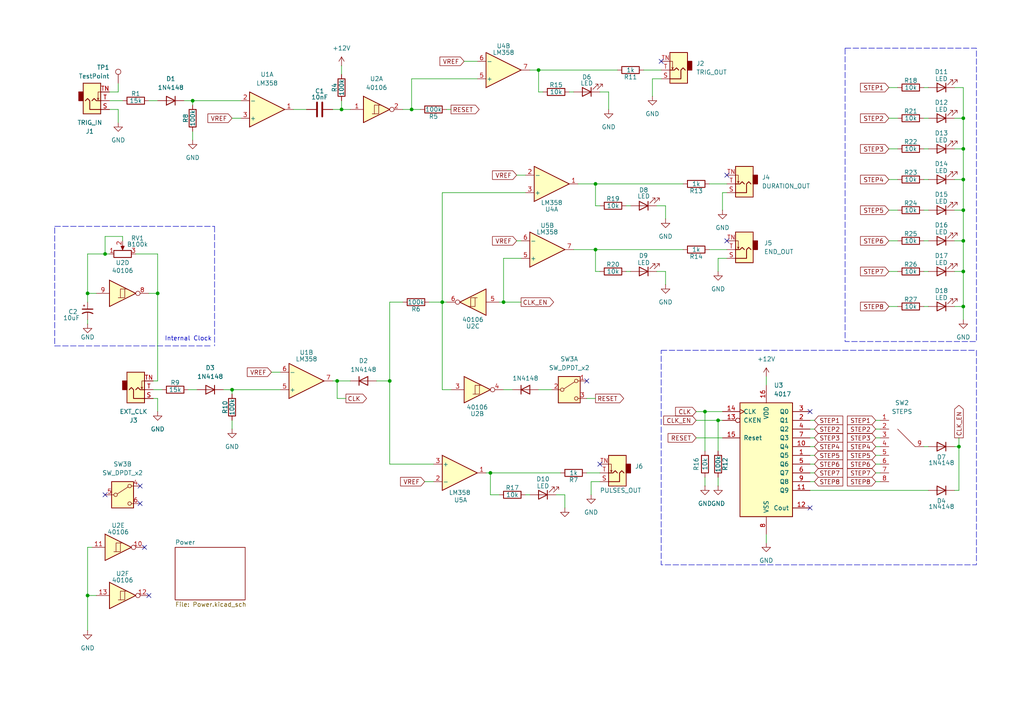
<source format=kicad_sch>
(kicad_sch (version 20231120) (generator "eeschema") (generator_version "8.0")
  (paper "A4")
  (title_block (title "MiniBurst") (rev "v0.1") (company "benjiaomodular"))
  (lib_symbols
    (symbol "+12V_1" (power) (pin_numbers hide) (pin_names (offset 0) hide)
      (property "Value" "+12V" (at 0 3.556 0))
      (symbol "+12V_1_1_1"
        (pin power_in line (at 0 0 90) (length 0) (name "~") (number "1"))
      )
    )
    (symbol "4xxx:40106" (pin_names (offset 1.016))
      (property "Reference" "U" (at 0 1.27 0))
      (property "Value" "40106" (at 0 -1.27 0))
      (symbol "40106_1_0"
        (pin input line (at -7.62 0 0) (length 3.81) (name "~") (number "1"))
        (pin output inverted (at 7.62 0 180) (length 3.81) (name "~") (number "2"))
      )
      (symbol "40106_2_0"
        (pin input line (at -7.62 0 0) (length 3.81) (name "~") (number "3"))
        (pin output inverted (at 7.62 0 180) (length 3.81) (name "~") (number "4"))
      )
      (symbol "40106_3_0"
        (pin input line (at -7.62 0 0) (length 3.81) (name "~") (number "5"))
        (pin output inverted (at 7.62 0 180) (length 3.81) (name "~") (number "6"))
      )
      (symbol "40106_4_0"
        (pin output inverted (at 7.62 0 180) (length 3.81) (name "~") (number "8"))
        (pin input line (at -7.62 0 0) (length 3.81) (name "~") (number "9"))
      )
      (symbol "40106_5_0"
        (pin output inverted (at 7.62 0 180) (length 3.81) (name "~") (number "10"))
        (pin input line (at -7.62 0 0) (length 3.81) (name "~") (number "11"))
      )
      (symbol "40106_6_0"
        (pin output inverted (at 7.62 0 180) (length 3.81) (name "~") (number "12"))
        (pin input line (at -7.62 0 0) (length 3.81) (name "~") (number "13"))
      )
      (symbol "40106_7_0"
        (pin power_in line (at 0 12.7 270) (length 5.08) (name "VDD") (number "14"))
        (pin power_in line (at 0 -12.7 90) (length 5.08) (name "VSS") (number "7"))
      )
    )
    (symbol "4xxx:4017" (pin_names (offset 1.016))
      (property "Reference" "U" (at -7.62 16.51 0))
      (property "Value" "4017" (at -7.62 -19.05 0))
      (symbol "4017_1_0"
        (pin output line (at 12.7 0 180) (length 5.08) (name "Q5") (number "1"))
        (pin output line (at 12.7 2.54 180) (length 5.08) (name "Q4") (number "10"))
        (pin output line (at 12.7 -10.16 180) (length 5.08) (name "Q9") (number "11"))
        (pin output line (at 12.7 -15.24 180) (length 5.08) (name "Cout") (number "12"))
        (pin input inverted (at -12.7 10.16 0) (length 5.08) (name "CKEN") (number "13"))
        (pin input clock (at -12.7 12.7 0) (length 5.08) (name "CLK") (number "14"))
        (pin input line (at -12.7 5.08 0) (length 5.08) (name "Reset") (number "15"))
        (pin power_in line (at 0 20.32 270) (length 5.08) (name "VDD") (number "16"))
        (pin output line (at 12.7 10.16 180) (length 5.08) (name "Q1") (number "2"))
        (pin output line (at 12.7 12.7 180) (length 5.08) (name "Q0") (number "3"))
        (pin output line (at 12.7 7.62 180) (length 5.08) (name "Q2") (number "4"))
        (pin output line (at 12.7 -2.54 180) (length 5.08) (name "Q6") (number "5"))
        (pin output line (at 12.7 -5.08 180) (length 5.08) (name "Q7") (number "6"))
        (pin output line (at 12.7 5.08 180) (length 5.08) (name "Q3") (number "7"))
        (pin power_in line (at 0 -22.86 90) (length 5.08) (name "VSS") (number "8"))
        (pin output line (at 12.7 -7.62 180) (length 5.08) (name "Q8") (number "9"))
      )
    )
    (symbol "Amplifier_Operational:LM358" (pin_names (offset 0.127))
      (property "Reference" "U" (at 0 5.08 0))
      (property "Value" "LM358" (at 0 -5.08 0))
      (symbol "LM358_1_1"
        (pin output line (at 7.62 0 180) (length 2.54) (name "~") (number "1"))
        (pin input line (at -7.62 -2.54 0) (length 2.54) (name "-") (number "2"))
        (pin input line (at -7.62 2.54 0) (length 2.54) (name "+") (number "3"))
      )
      (symbol "LM358_2_1"
        (pin input line (at -7.62 2.54 0) (length 2.54) (name "+") (number "5"))
        (pin input line (at -7.62 -2.54 0) (length 2.54) (name "-") (number "6"))
        (pin output line (at 7.62 0 180) (length 2.54) (name "~") (number "7"))
      )
      (symbol "LM358_3_1"
        (pin power_in line (at -2.54 -7.62 90) (length 3.81) (name "V-") (number "4"))
        (pin power_in line (at -2.54 7.62 270) (length 3.81) (name "V+") (number "8"))
      )
    )
    (symbol "Connector:TestPoint" (pin_numbers hide) (pin_names (offset 0.762) hide)
      (property "Reference" "TP" (at 0 6.858 0))
      (property "Value" "TestPoint" (at 0 5.08 0))
      (symbol "TestPoint_1_1"
        (pin passive line (at 0 0 90) (length 2.54) (name "1") (number "1"))
      )
    )
    (symbol "Device:C" (pin_numbers hide) (pin_names (offset 0.254))
      (property "Reference" "C" (at 0.635 2.54 0))
      (property "Value" "C" (at 0.635 -2.54 0))
      (symbol "C_1_1"
        (pin passive line (at 0 3.81 270) (length 2.794) (name "~") (number "1"))
        (pin passive line (at 0 -3.81 90) (length 2.794) (name "~") (number "2"))
      )
    )
    (symbol "Device:C_Polarized_Small_US" (pin_numbers hide) (pin_names (offset 0.254) hide)
      (property "Reference" "C" (at 0.254 1.778 0))
      (property "Value" "C_Polarized_Small_US" (at 0.254 -2.032 0))
      (symbol "C_Polarized_Small_US_1_1"
        (pin passive line (at 0 2.54 270) (length 2.032) (name "~") (number "1"))
        (pin passive line (at 0 -2.54 90) (length 2.032) (name "~") (number "2"))
      )
    )
    (symbol "Device:LED" (pin_numbers hide) (pin_names (offset 1.016) hide)
      (property "Reference" "D" (at 0 2.54 0))
      (property "Value" "LED" (at 0 -2.54 0))
      (symbol "LED_1_1"
        (pin passive line (at -3.81 0 0) (length 2.54) (name "K") (number "1"))
        (pin passive line (at 3.81 0 180) (length 2.54) (name "A") (number "2"))
      )
    )
    (symbol "Device:R" (pin_numbers hide) (pin_names (offset 0))
      (property "Reference" "R" (at 2.032 0 90))
      (property "Value" "R" (at 0 0 90))
      (symbol "R_1_1"
        (pin passive line (at 0 3.81 270) (length 1.27) (name "~") (number "1"))
        (pin passive line (at 0 -3.81 90) (length 1.27) (name "~") (number "2"))
      )
    )
    (symbol "Device:R_Potentiometer" (pin_names (offset 1.016) hide)
      (property "Reference" "RV" (at -4.445 0 90))
      (property "Value" "R_Potentiometer" (at -2.54 0 90))
      (symbol "R_Potentiometer_1_1"
        (pin passive line (at 0 3.81 270) (length 1.27) (name "1") (number "1"))
        (pin passive line (at 3.81 0 180) (length 1.27) (name "2") (number "2"))
        (pin passive line (at 0 -3.81 90) (length 1.27) (name "3") (number "3"))
      )
    )
    (symbol "Diode:1N4148" (pin_numbers hide) (pin_names hide)
      (property "Reference" "D" (at 0 2.54 0))
      (property "Value" "1N4148" (at 0 -2.54 0))
      (symbol "1N4148_1_1"
        (pin passive line (at -3.81 0 0) (length 2.54) (name "K") (number "1"))
        (pin passive line (at 3.81 0 180) (length 2.54) (name "A") (number "2"))
      )
    )
    (symbol "GND_1" (power) (pin_numbers hide) (pin_names (offset 0) hide)
      (property "Value" "GND" (at 0 -3.81 0))
      (symbol "GND_1_1_1"
        (pin power_in line (at 0 0 270) (length 0) (name "~") (number "1"))
      )
    )
    (symbol "Switch:SW_DPDT_x2" (pin_names (offset 0) hide)
      (property "Reference" "SW" (at 0 5.08 0))
      (property "Value" "SW_DPDT_x2" (at 0 -5.08 0))
      (symbol "SW_DPDT_x2_1_1"
        (pin passive line (at 5.08 2.54 180) (length 2.54) (name "A") (number "1"))
        (pin passive line (at -5.08 0 0) (length 2.54) (name "B") (number "2"))
        (pin passive line (at 5.08 -2.54 180) (length 2.54) (name "C") (number "3"))
      )
      (symbol "SW_DPDT_x2_2_1"
        (pin passive line (at 5.08 2.54 180) (length 2.54) (name "A") (number "4"))
        (pin passive line (at -5.08 0 0) (length 2.54) (name "B") (number "5"))
        (pin passive line (at 5.08 -2.54 180) (length 2.54) (name "C") (number "6"))
      )
    )
    (symbol "benjiaomodular:PJ3001F"
      (property "Reference" "J" (at 0 8.89 0))
      (property "Value" "PJ3001F" (at 0 6.35 0))
      (symbol "PJ3001F_1_1"
        (pin passive line (at 5.08 2.54 180) (length 2.54) (name "~") (number "S"))
        (pin passive line (at 5.08 0 180) (length 2.54) (name "~") (number "T"))
        (pin passive line (at 5.08 -2.54 180) (length 2.54) (name "~") (number "TN"))
      )
    )
    (symbol "benjiaomodular:SWITCH_RS16"
      (property "Reference" "SW" (at 0 0 0))
      (symbol "SWITCH_RS16_1_1"
        (pin bidirectional line (at -6.35 -2.54 0) (length 2.54) (name "") (number "1"))
        (pin bidirectional line (at -6.35 -5.08 0) (length 2.54) (name "") (number "2"))
        (pin bidirectional line (at -6.35 -7.62 0) (length 2.54) (name "") (number "3"))
        (pin bidirectional line (at -6.35 -10.16 0) (length 2.54) (name "") (number "4"))
        (pin bidirectional line (at -6.35 -12.7 0) (length 2.54) (name "") (number "5"))
        (pin bidirectional line (at -6.35 -15.24 0) (length 2.54) (name "") (number "6"))
        (pin bidirectional line (at -6.35 -17.78 0) (length 2.54) (name "") (number "7"))
        (pin bidirectional line (at -6.35 -20.32 0) (length 2.54) (name "") (number "8"))
        (pin bidirectional line (at 6.35 -10.16 180) (length 2.54) (name "") (number "9"))
      )
    )
  )
  (junction (at 146.05 87.63))
  (junction (at 279.4 78.74))
  (junction (at 279.4 88.9))
  (junction (at 172.72 53.34))
  (junction (at 45.72 85.09))
  (junction (at 279.4 43.18))
  (junction (at 113.03 110.49))
  (junction (at 99.06 31.75))
  (junction (at 25.4 172.72))
  (junction (at 279.4 52.07))
  (junction (at 30.48 73.66))
  (junction (at 279.4 34.29))
  (junction (at 279.4 60.96))
  (junction (at 278.13 129.54))
  (junction (at 204.47 119.38))
  (junction (at 128.27 87.63))
  (junction (at 25.4 85.09))
  (junction (at 55.88 29.21))
  (junction (at 279.4 69.85))
  (junction (at 156.21 20.32))
  (junction (at 208.28 121.92))
  (junction (at 142.24 137.16))
  (junction (at 97.79 110.49))
  (junction (at 172.72 72.39))
  (junction (at 67.31 113.03))
  (junction (at 119.38 31.75))
  (no_connect (at 234.95 119.38))
  (no_connect (at 234.95 147.32))
  (no_connect (at 30.48 143.51))
  (no_connect (at 170.18 110.49))
  (no_connect (at 43.18 172.72))
  (no_connect (at 40.64 140.97))
  (no_connect (at 41.91 158.75))
  (no_connect (at 191.77 17.78))
  (no_connect (at 210.82 50.8))
  (no_connect (at 173.99 134.62))
  (no_connect (at 40.64 146.05))
  (no_connect (at 210.82 69.85))
  (wire (pts (xy 99.06 29.21) (xy 99.06 31.75)))
  (wire (pts (xy 254 137.16) (xy 255.27 137.16)))
  (wire (pts (xy 222.25 154.94) (xy 222.25 157.48)))
  (wire (pts (xy 172.72 53.34) (xy 198.12 53.34)))
  (wire (pts (xy 172.72 72.39) (xy 198.12 72.39)))
  (wire (pts (xy 208.28 121.92) (xy 208.28 130.81)))
  (wire (pts (xy 142.24 137.16) (xy 142.24 143.51)))
  (wire (pts (xy 193.04 78.74) (xy 193.04 82.55)))
  (wire (pts (xy 279.4 78.74) (xy 279.4 88.9)))
  (wire (pts (xy 151.13 74.93) (xy 146.05 74.93)))
  (wire (pts (xy 267.97 88.9) (xy 269.24 88.9)))
  (wire (pts (xy 144.78 87.63) (xy 146.05 87.63)))
  (wire (pts (xy 161.29 143.51) (xy 163.83 143.51)))
  (wire (pts (xy 257.81 78.74) (xy 260.35 78.74)))
  (wire (pts (xy 279.4 52.07) (xy 279.4 60.96)))
  (wire (pts (xy 279.4 43.18) (xy 279.4 52.07)))
  (wire (pts (xy 172.72 78.74) (xy 173.99 78.74)))
  (wire (pts (xy 165.1 26.67) (xy 166.37 26.67)))
  (wire (pts (xy 99.06 19.05) (xy 99.06 21.59)))
  (wire (pts (xy 278.13 129.54) (xy 278.13 142.24)))
  (wire (pts (xy 43.18 85.09) (xy 45.72 85.09)))
  (wire (pts (xy 257.81 25.4) (xy 260.35 25.4)))
  (wire (pts (xy 123.19 139.7) (xy 125.73 139.7)))
  (wire (pts (xy 254 121.92) (xy 255.27 121.92)))
  (wire (pts (xy 167.64 53.34) (xy 172.72 53.34)))
  (wire (pts (xy 25.4 172.72) (xy 25.4 182.88)))
  (polyline (pts (xy 62.23 65.659) (xy 62.23 100.33)) (stroke (width 0) (type dash)))
  (wire (pts (xy 172.72 53.34) (xy 172.72 59.69)))
  (wire (pts (xy 44.45 113.03) (xy 46.99 113.03)))
  (wire (pts (xy 30.48 68.58) (xy 30.48 73.66)))
  (wire (pts (xy 166.37 72.39) (xy 172.72 72.39)))
  (wire (pts (xy 171.45 139.7) (xy 171.45 143.51)))
  (wire (pts (xy 35.56 69.85) (xy 35.56 68.58)))
  (wire (pts (xy 254 132.08) (xy 255.27 132.08)))
  (wire (pts (xy 267.97 60.96) (xy 269.24 60.96)))
  (wire (pts (xy 45.72 85.09) (xy 45.72 110.49)))
  (wire (pts (xy 45.72 73.66) (xy 45.72 85.09)))
  (wire (pts (xy 85.09 31.75) (xy 88.9 31.75)))
  (wire (pts (xy 209.55 121.92) (xy 208.28 121.92)))
  (wire (pts (xy 55.88 29.21) (xy 55.88 30.48)))
  (wire (pts (xy 109.22 110.49) (xy 113.03 110.49)))
  (wire (pts (xy 113.03 134.62) (xy 125.73 134.62)))
  (wire (pts (xy 201.93 119.38) (xy 204.47 119.38)))
  (wire (pts (xy 25.4 158.75) (xy 26.67 158.75)))
  (wire (pts (xy 276.86 34.29) (xy 279.4 34.29)))
  (wire (pts (xy 142.24 143.51) (xy 144.78 143.51)))
  (wire (pts (xy 39.37 73.66) (xy 45.72 73.66)))
  (wire (pts (xy 25.4 85.09) (xy 25.4 87.63)))
  (wire (pts (xy 34.29 24.13) (xy 34.29 26.67)))
  (wire (pts (xy 67.31 113.03) (xy 67.31 114.3)))
  (wire (pts (xy 113.03 87.63) (xy 116.84 87.63)))
  (wire (pts (xy 35.56 68.58) (xy 30.48 68.58)))
  (wire (pts (xy 25.4 158.75) (xy 25.4 172.72)))
  (wire (pts (xy 209.55 55.88) (xy 209.55 60.96)))
  (wire (pts (xy 190.5 59.69) (xy 193.04 59.69)))
  (wire (pts (xy 128.27 113.03) (xy 130.81 113.03)))
  (wire (pts (xy 119.38 31.75) (xy 121.92 31.75)))
  (wire (pts (xy 44.45 115.57) (xy 45.72 115.57)))
  (wire (pts (xy 128.27 87.63) (xy 128.27 113.03)))
  (wire (pts (xy 190.5 78.74) (xy 193.04 78.74)))
  (wire (pts (xy 124.46 87.63) (xy 128.27 87.63)))
  (wire (pts (xy 254 139.7) (xy 255.27 139.7)))
  (wire (pts (xy 210.82 74.93) (xy 208.28 74.93)))
  (wire (pts (xy 181.61 78.74) (xy 182.88 78.74)))
  (wire (pts (xy 234.95 142.24) (xy 269.24 142.24)))
  (wire (pts (xy 234.95 121.92) (xy 236.22 121.92)))
  (wire (pts (xy 279.4 88.9) (xy 279.4 92.71)))
  (wire (pts (xy 97.79 115.57) (xy 100.33 115.57)))
  (wire (pts (xy 53.34 29.21) (xy 55.88 29.21)))
  (wire (pts (xy 67.31 113.03) (xy 81.28 113.03)))
  (wire (pts (xy 276.86 142.24) (xy 278.13 142.24)))
  (wire (pts (xy 113.03 110.49) (xy 113.03 134.62)))
  (wire (pts (xy 267.97 69.85) (xy 269.24 69.85)))
  (wire (pts (xy 204.47 119.38) (xy 209.55 119.38)))
  (wire (pts (xy 279.4 69.85) (xy 279.4 78.74)))
  (wire (pts (xy 129.54 31.75) (xy 130.81 31.75)))
  (wire (pts (xy 67.31 121.92) (xy 67.31 124.46)))
  (wire (pts (xy 234.95 129.54) (xy 236.22 129.54)))
  (wire (pts (xy 119.38 22.86) (xy 138.43 22.86)))
  (wire (pts (xy 191.77 22.86) (xy 189.23 22.86)))
  (wire (pts (xy 257.81 52.07) (xy 260.35 52.07)))
  (wire (pts (xy 113.03 87.63) (xy 113.03 110.49)))
  (wire (pts (xy 45.72 115.57) (xy 45.72 119.38)))
  (wire (pts (xy 172.72 59.69) (xy 173.99 59.69)))
  (wire (pts (xy 116.84 31.75) (xy 119.38 31.75)))
  (wire (pts (xy 142.24 137.16) (xy 162.56 137.16)))
  (wire (pts (xy 140.97 137.16) (xy 142.24 137.16)))
  (wire (pts (xy 34.29 26.67) (xy 31.75 26.67)))
  (wire (pts (xy 208.28 74.93) (xy 208.28 78.74)))
  (wire (pts (xy 97.79 110.49) (xy 101.6 110.49)))
  (wire (pts (xy 254 134.62) (xy 255.27 134.62)))
  (wire (pts (xy 27.94 85.09) (xy 25.4 85.09)))
  (polyline (pts (xy 15.875 66.04) (xy 15.875 100.33)) (stroke (width 0) (type dash)))
  (wire (pts (xy 128.27 55.88) (xy 128.27 87.63)))
  (wire (pts (xy 189.23 22.86) (xy 189.23 27.94)))
  (wire (pts (xy 234.95 137.16) (xy 236.22 137.16)))
  (wire (pts (xy 44.45 110.49) (xy 45.72 110.49)))
  (wire (pts (xy 163.83 143.51) (xy 163.83 147.32)))
  (wire (pts (xy 204.47 119.38) (xy 204.47 130.81)))
  (wire (pts (xy 276.86 129.54) (xy 278.13 129.54)))
  (wire (pts (xy 170.18 115.57) (xy 172.72 115.57)))
  (wire (pts (xy 276.86 43.18) (xy 279.4 43.18)))
  (wire (pts (xy 267.97 78.74) (xy 269.24 78.74)))
  (wire (pts (xy 186.69 20.32) (xy 191.77 20.32)))
  (wire (pts (xy 99.06 31.75) (xy 101.6 31.75)))
  (wire (pts (xy 267.97 25.4) (xy 269.24 25.4)))
  (wire (pts (xy 210.82 55.88) (xy 209.55 55.88)))
  (wire (pts (xy 279.4 25.4) (xy 279.4 34.29)))
  (polyline (pts (xy 60.96 100.33) (xy 15.875 100.33)) (stroke (width 0) (type dash)))
  (wire (pts (xy 156.21 26.67) (xy 157.48 26.67)))
  (wire (pts (xy 55.88 29.21) (xy 69.85 29.21)))
  (wire (pts (xy 153.67 20.32) (xy 156.21 20.32)))
  (wire (pts (xy 78.74 107.95) (xy 81.28 107.95)))
  (wire (pts (xy 208.28 138.43) (xy 208.28 140.97)))
  (wire (pts (xy 152.4 143.51) (xy 153.67 143.51)))
  (wire (pts (xy 25.4 73.66) (xy 30.48 73.66)))
  (wire (pts (xy 276.86 88.9) (xy 279.4 88.9)))
  (wire (pts (xy 173.99 26.67) (xy 176.53 26.67)))
  (wire (pts (xy 176.53 26.67) (xy 176.53 31.75)))
  (wire (pts (xy 267.97 34.29) (xy 269.24 34.29)))
  (wire (pts (xy 25.4 172.72) (xy 27.94 172.72)))
  (wire (pts (xy 254 129.54) (xy 255.27 129.54)))
  (wire (pts (xy 276.86 25.4) (xy 279.4 25.4)))
  (wire (pts (xy 234.95 124.46) (xy 236.22 124.46)))
  (wire (pts (xy 254 127) (xy 255.27 127)))
  (wire (pts (xy 201.93 121.92) (xy 208.28 121.92)))
  (wire (pts (xy 64.77 113.03) (xy 67.31 113.03)))
  (polyline (pts (xy 15.875 65.659) (xy 62.23 65.659)) (stroke (width 0) (type dash)))
  (wire (pts (xy 278.13 129.54) (xy 278.13 127)))
  (wire (pts (xy 156.21 20.32) (xy 179.07 20.32)))
  (wire (pts (xy 43.18 29.21) (xy 45.72 29.21)))
  (wire (pts (xy 96.52 110.49) (xy 97.79 110.49)))
  (wire (pts (xy 34.29 31.75) (xy 34.29 35.56)))
  (wire (pts (xy 279.4 60.96) (xy 279.4 69.85)))
  (wire (pts (xy 152.4 55.88) (xy 128.27 55.88)))
  (wire (pts (xy 119.38 22.86) (xy 119.38 31.75)))
  (wire (pts (xy 129.54 87.63) (xy 128.27 87.63)))
  (wire (pts (xy 156.21 20.32) (xy 156.21 26.67)))
  (wire (pts (xy 276.86 69.85) (xy 279.4 69.85)))
  (wire (pts (xy 146.05 87.63) (xy 151.13 87.63)))
  (wire (pts (xy 30.48 73.66) (xy 31.75 73.66)))
  (wire (pts (xy 222.25 109.22) (xy 222.25 111.76)))
  (wire (pts (xy 205.74 53.34) (xy 210.82 53.34)))
  (wire (pts (xy 204.47 138.43) (xy 204.47 140.97)))
  (wire (pts (xy 234.95 139.7) (xy 236.22 139.7)))
  (wire (pts (xy 172.72 72.39) (xy 172.72 78.74)))
  (wire (pts (xy 257.81 34.29) (xy 260.35 34.29)))
  (wire (pts (xy 279.4 34.29) (xy 279.4 43.18)))
  (wire (pts (xy 234.95 134.62) (xy 236.22 134.62)))
  (wire (pts (xy 201.93 127) (xy 209.55 127)))
  (wire (pts (xy 173.99 139.7) (xy 171.45 139.7)))
  (wire (pts (xy 55.88 38.1) (xy 55.88 40.64)))
  (wire (pts (xy 31.75 29.21) (xy 35.56 29.21)))
  (wire (pts (xy 257.81 43.18) (xy 260.35 43.18)))
  (wire (pts (xy 97.79 110.49) (xy 97.79 115.57)))
  (wire (pts (xy 276.86 52.07) (xy 279.4 52.07)))
  (wire (pts (xy 181.61 59.69) (xy 182.88 59.69)))
  (wire (pts (xy 257.81 69.85) (xy 260.35 69.85)))
  (wire (pts (xy 267.97 52.07) (xy 269.24 52.07)))
  (wire (pts (xy 99.06 31.75) (xy 96.52 31.75)))
  (wire (pts (xy 146.05 74.93) (xy 146.05 87.63)))
  (wire (pts (xy 31.75 31.75) (xy 34.29 31.75)))
  (wire (pts (xy 257.81 60.96) (xy 260.35 60.96)))
  (wire (pts (xy 149.86 50.8) (xy 152.4 50.8)))
  (wire (pts (xy 267.97 43.18) (xy 269.24 43.18)))
  (wire (pts (xy 234.95 132.08) (xy 236.22 132.08)))
  (wire (pts (xy 54.61 113.03) (xy 57.15 113.03)))
  (wire (pts (xy 67.31 34.29) (xy 69.85 34.29)))
  (wire (pts (xy 170.18 137.16) (xy 173.99 137.16)))
  (wire (pts (xy 151.13 69.85) (xy 149.86 69.85)))
  (wire (pts (xy 25.4 92.71) (xy 25.4 93.98)))
  (wire (pts (xy 193.04 59.69) (xy 193.04 63.5)))
  (wire (pts (xy 134.62 17.78) (xy 138.43 17.78)))
  (wire (pts (xy 205.74 72.39) (xy 210.82 72.39)))
  (wire (pts (xy 146.05 113.03) (xy 148.59 113.03)))
  (wire (pts (xy 267.97 129.54) (xy 269.24 129.54)))
  (wire (pts (xy 276.86 60.96) (xy 279.4 60.96)))
  (wire (pts (xy 234.95 127) (xy 236.22 127)))
  (wire (pts (xy 254 124.46) (xy 255.27 124.46)))
  (wire (pts (xy 257.81 88.9) (xy 260.35 88.9)))
  (wire (pts (xy 156.21 113.03) (xy 160.02 113.03)))
  (wire (pts (xy 276.86 78.74) (xy 279.4 78.74)))
  (wire (pts (xy 25.4 73.66) (xy 25.4 85.09)))
  (rectangle (start 245.11 13.97) (end 283.21 99.06) (stroke (width 0) (type dash)))
  (rectangle (start 191.77 101.6) (end 283.21 163.83) (stroke (width 0) (type dash)))
  (text "Internal Clock" (at 47.752 99.06 0) (effects (font (size 1.27 1.27)) (justify left bottom)))
  (global_label "STEP7" (shape input) (at 257.81 78.74 180) (property "Intersheetrefs" "${INTERSHEET_REFS}" (effects (hide yes))))
  (global_label "STEP5" (shape input) (at 254 132.08 180) (property "Intersheetrefs" "${INTERSHEET_REFS}" (effects (hide yes))))
  (global_label "STEP4" (shape input) (at 254 129.54 180) (property "Intersheetrefs" "${INTERSHEET_REFS}" (effects (hide yes))))
  (global_label "STEP5" (shape input) (at 257.81 60.96 180) (property "Intersheetrefs" "${INTERSHEET_REFS}" (effects (hide yes))))
  (global_label "RESET" (shape input) (at 201.93 127 180) (property "Intersheetrefs" "${INTERSHEET_REFS}" (effects (hide yes))))
  (global_label "STEP2" (shape input) (at 254 124.46 180) (property "Intersheetrefs" "${INTERSHEET_REFS}" (effects (hide yes))))
  (global_label "CLK_EN" (shape output) (at 278.13 127 90) (property "Intersheetrefs" "${INTERSHEET_REFS}" (effects (hide yes))))
  (global_label "STEP7" (shape input) (at 236.22 137.16 0) (property "Intersheetrefs" "${INTERSHEET_REFS}" (effects (hide yes))))
  (global_label "STEP2" (shape input) (at 236.22 124.46 0) (property "Intersheetrefs" "${INTERSHEET_REFS}" (effects (hide yes))))
  (global_label "STEP7" (shape input) (at 254 137.16 180) (property "Intersheetrefs" "${INTERSHEET_REFS}" (effects (hide yes))))
  (global_label "STEP8" (shape input) (at 257.81 88.9 180) (property "Intersheetrefs" "${INTERSHEET_REFS}" (effects (hide yes))))
  (global_label "STEP2" (shape input) (at 257.81 34.29 180) (property "Intersheetrefs" "${INTERSHEET_REFS}" (effects (hide yes))))
  (global_label "RESET" (shape output) (at 130.81 31.75 0) (property "Intersheetrefs" "${INTERSHEET_REFS}" (effects (hide yes))))
  (global_label "STEP6" (shape input) (at 236.22 134.62 0) (property "Intersheetrefs" "${INTERSHEET_REFS}" (effects (hide yes))))
  (global_label "STEP8" (shape input) (at 236.22 139.7 0) (property "Intersheetrefs" "${INTERSHEET_REFS}" (effects (hide yes))))
  (global_label "CLK_EN" (shape input) (at 201.93 121.92 180) (property "Intersheetrefs" "${INTERSHEET_REFS}" (effects (hide yes))))
  (global_label "CLK" (shape output) (at 100.33 115.57 0) (property "Intersheetrefs" "${INTERSHEET_REFS}" (effects (hide yes))))
  (global_label "STEP3" (shape input) (at 236.22 127 0) (property "Intersheetrefs" "${INTERSHEET_REFS}" (effects (hide yes))))
  (global_label "VREF" (shape input) (at 67.31 34.29 180) (property "Intersheetrefs" "${INTERSHEET_REFS}" (effects (hide yes))))
  (global_label "STEP1" (shape input) (at 236.22 121.92 0) (property "Intersheetrefs" "${INTERSHEET_REFS}" (effects (hide yes))))
  (global_label "VREF" (shape input) (at 78.74 107.95 180) (property "Intersheetrefs" "${INTERSHEET_REFS}" (effects (hide yes))))
  (global_label "VREF" (shape input) (at 134.62 17.78 180) (property "Intersheetrefs" "${INTERSHEET_REFS}" (effects (hide yes))))
  (global_label "STEP6" (shape input) (at 254 134.62 180) (property "Intersheetrefs" "${INTERSHEET_REFS}" (effects (hide yes))))
  (global_label "STEP1" (shape input) (at 254 121.92 180) (property "Intersheetrefs" "${INTERSHEET_REFS}" (effects (hide yes))))
  (global_label "STEP5" (shape input) (at 236.22 132.08 0) (property "Intersheetrefs" "${INTERSHEET_REFS}" (effects (hide yes))))
  (global_label "STEP8" (shape input) (at 254 139.7 180) (property "Intersheetrefs" "${INTERSHEET_REFS}" (effects (hide yes))))
  (global_label "STEP3" (shape input) (at 257.81 43.18 180) (property "Intersheetrefs" "${INTERSHEET_REFS}" (effects (hide yes))))
  (global_label "STEP6" (shape input) (at 257.81 69.85 180) (property "Intersheetrefs" "${INTERSHEET_REFS}" (effects (hide yes))))
  (global_label "CLK" (shape input) (at 201.93 119.38 180) (property "Intersheetrefs" "${INTERSHEET_REFS}" (effects (hide yes))))
  (global_label "VREF" (shape input) (at 123.19 139.7 180) (property "Intersheetrefs" "${INTERSHEET_REFS}" (effects (hide yes))))
  (global_label "STEP3" (shape input) (at 254 127 180) (property "Intersheetrefs" "${INTERSHEET_REFS}" (effects (hide yes))))
  (global_label "VREF" (shape input) (at 149.86 69.85 180) (property "Intersheetrefs" "${INTERSHEET_REFS}" (effects (hide yes))))
  (global_label "STEP1" (shape input) (at 257.81 25.4 180) (property "Intersheetrefs" "${INTERSHEET_REFS}" (effects (hide yes))))
  (global_label "CLK_EN" (shape output) (at 151.13 87.63 0) (property "Intersheetrefs" "${INTERSHEET_REFS}" (effects (hide yes))))
  (global_label "RESET" (shape output) (at 172.72 115.57 0) (property "Intersheetrefs" "${INTERSHEET_REFS}" (effects (hide yes))))
  (global_label "STEP4" (shape input) (at 236.22 129.54 0) (property "Intersheetrefs" "${INTERSHEET_REFS}" (effects (hide yes))))
  (global_label "STEP4" (shape input) (at 257.81 52.07 180) (property "Intersheetrefs" "${INTERSHEET_REFS}" (effects (hide yes))))
  (global_label "VREF" (shape input) (at 149.86 50.8 180) (property "Intersheetrefs" "${INTERSHEET_REFS}" (effects (hide yes))))
  (symbol (lib_id "Device:LED") (at 273.05 69.85 180) (unit 1)
    (property "Reference" "D16" (at 273.05 65.278 0))
    (property "Value" "LED" (at 273.05 67.31 0))
    (property "Footprint" "LED_THT:LED_D3.0mm" (effects (hide yes)))
    (property "Description" "Light emitting diode" (effects (hide yes)))
    (property "URL" "https://www.taydaelectronics.com/led-3mm-orange.html" (effects (hide yes)))
  )
  (symbol (lib_id "Device:R") (at 50.8 113.03 90) (unit 1)
    (property "Reference" "R9" (at 50.8 110.998 90))
    (property "Value" "15k" (at 50.8 113.03 90))
    (property "Footprint" "Resistor_SMD:R_0805_2012Metric" (effects (hide yes)))
    (property "URL" "https://mou.sr/47pyvY3" (effects (hide yes)))
  )
  (symbol (lib_name "GND_1") (lib_id "power:GND") (at 189.23 27.94 0) (unit 1)
    (property "Reference" "#PWR08" (effects (hide yes)))
    (property "Value" "GND" (at 189.23 33.02 0))
    (property "Description" "Power symbol creates a global label with name \"GND\" , ground" (effects (hide yes)))
  )
  (symbol (lib_id "Device:LED") (at 186.69 78.74 180) (unit 1)
    (property "Reference" "D9" (at 186.6265 74.168 0))
    (property "Value" "LED" (at 186.69 76.2 0))
    (property "Footprint" "LED_THT:LED_D3.0mm" (effects (hide yes)))
    (property "Description" "Light emitting diode" (effects (hide yes)))
    (property "URL" "https://www.taydaelectronics.com/led-3mm-orange.html" (effects (hide yes)))
  )
  (symbol (lib_name "GND_1") (lib_id "power:GND") (at 163.83 147.32 0) (unit 1)
    (property "Reference" "#PWR029" (effects (hide yes)))
    (property "Value" "GND" (effects (hide yes)))
    (property "Description" "Power symbol creates a global label with name \"GND\" , ground" (effects (hide yes)))
  )
  (symbol (lib_id "Device:R") (at 264.16 78.74 90) (unit 1)
    (property "Reference" "R26" (at 264.16 76.708 90))
    (property "Value" "10k" (at 264.16 78.74 90))
    (property "Footprint" "Resistor_SMD:R_0805_2012Metric" (effects (hide yes)))
    (property "URL" "https://mou.sr/3MINYsI" (effects (hide yes)))
  )
  (symbol (lib_id "Device:R") (at 264.16 88.9 90) (unit 1)
    (property "Reference" "R27" (at 264.16 86.868 90))
    (property "Value" "10k" (at 264.16 88.9 90))
    (property "Footprint" "Resistor_SMD:R_0805_2012Metric" (effects (hide yes)))
    (property "URL" "https://mou.sr/3MINYsI" (effects (hide yes)))
  )
  (symbol (lib_id "Amplifier_Operational:LM358") (at 88.9 110.49 0) (mirror x) (unit 2)
    (property "Reference" "U1" (at 88.9 102.235 0))
    (property "Value" "LM358" (at 88.9 104.14 0))
    (property "Footprint" "Package_SO:SOIC-8_3.9x4.9mm_P1.27mm" (effects (hide yes)))
    (property "Datasheet" "http://www.ti.com/lit/ds/symlink/lm2904-n.pdf" (effects (hide yes)))
    (property "URL" "https://mou.sr/4dWmV9p" (effects (hide yes)))
  )
  (symbol (lib_id "Device:LED") (at 273.05 34.29 180) (unit 1)
    (property "Reference" "D12" (at 273.05 29.718 0))
    (property "Value" "LED" (at 273.05 31.75 0))
    (property "Footprint" "LED_THT:LED_D3.0mm" (effects (hide yes)))
    (property "Description" "Light emitting diode" (effects (hide yes)))
    (property "URL" "https://www.taydaelectronics.com/led-3mm-orange.html" (effects (hide yes)))
  )
  (symbol (lib_id "Diode:1N4148") (at 152.4 113.03 0) (unit 1)
    (property "Reference" "D5" (effects (hide yes)))
    (property "Value" "1N4148" (at 152.4 109.728 0))
    (property "Footprint" "Diode_SMD:D_SOD-123" (effects (hide yes)))
    (property "Datasheet" "https://assets.nexperia.com/documents/data-sheet/1N4148_1N4448.pdf" (effects (hide yes)))
    (property "Sim.Device" "D" (effects (hide yes)))
    (property "Sim.Pins" "1=K 2=A" (effects (hide yes)))
    (property "URL" "https://mou.sr/3XEhTbD" (effects (hide yes)))
  )
  (symbol (lib_id "4xxx:40106") (at 138.43 113.03 0) (unit 2)
    (property "Reference" "U2" (at 138.43 120.015 0))
    (property "Value" "40106" (at 138.43 118.11 0))
    (property "Footprint" "Package_SO:SOIC-14_3.9x8.7mm_P1.27mm" (effects (hide yes)))
    (property "Datasheet" "https://assets.nexperia.com/documents/data-sheet/HEF40106B.pdf" (effects (hide yes)))
    (property "URL" "https://mou.sr/47m5xIo" (effects (hide yes)))
  )
  (symbol (lib_id "benjiaomodular:PJ3001F") (at 39.37 113.03 0) (mirror x) (unit 1)
    (property "Reference" "J3" (at 38.735 121.92 0))
    (property "Value" "EXT_CLK" (at 38.735 119.38 0))
    (property "Footprint" "benjiaomodular:AudioJack_3.5mm" (effects (hide yes)))
    (property "URL" "https://www.taydaelectronics.com/pj-3001f-3-5-mm-mono-phone-jack.html" (effects (hide yes)))
  )
  (symbol (lib_name "+12V_1") (lib_id "power:+12V") (at 99.06 19.05 0) (unit 1)
    (property "Reference" "#PWR03" (effects (hide yes)))
    (property "Value" "+12V" (at 99.06 13.97 0))
    (property "Description" "Power symbol creates a global label with name \"+12V\"" (effects (hide yes)))
  )
  (symbol (lib_id "Device:R") (at 177.8 78.74 90) (unit 1)
    (property "Reference" "R20" (at 177.8 76.708 90))
    (property "Value" "10k" (at 177.8 78.74 90))
    (property "Footprint" "Resistor_SMD:R_0805_2012Metric" (effects (hide yes)))
    (property "URL" "https://mou.sr/3MINYsI" (effects (hide yes)))
  )
  (symbol (lib_id "Device:LED") (at 170.18 26.67 180) (unit 1)
    (property "Reference" "D6" (at 170.18 22.352 0))
    (property "Value" "LED" (at 170.18 24.13 0))
    (property "Footprint" "LED_THT:LED_D3.0mm" (effects (hide yes)))
    (property "Description" "Light emitting diode" (effects (hide yes)))
    (property "URL" "https://www.taydaelectronics.com/led-3mm-orange.html" (effects (hide yes)))
  )
  (symbol (lib_id "Device:R") (at 264.16 60.96 90) (unit 1)
    (property "Reference" "R24" (at 264.16 58.928 90))
    (property "Value" "10k" (at 264.16 60.96 90))
    (property "Footprint" "Resistor_SMD:R_0805_2012Metric" (effects (hide yes)))
    (property "URL" "https://mou.sr/3MINYsI" (effects (hide yes)))
  )
  (symbol (lib_id "Device:LED") (at 273.05 88.9 180) (unit 1)
    (property "Reference" "D18" (at 273.05 84.328 0))
    (property "Value" "LED" (at 273.05 86.36 0))
    (property "Footprint" "LED_THT:LED_D3.0mm" (effects (hide yes)))
    (property "Description" "Light emitting diode" (effects (hide yes)))
    (property "URL" "https://www.taydaelectronics.com/led-3mm-orange.html" (effects (hide yes)))
  )
  (symbol (lib_id "Switch:SW_DPDT_x2") (at 35.56 143.51 0) (unit 2)
    (property "Reference" "SW3" (at 35.56 134.62 0))
    (property "Value" "SW_DPDT_x2" (at 35.56 137.16 0))
    (property "Footprint" "benjiaomodular:Button_KFC7x7" (effects (hide yes)))
    (property "Description" "Switch, dual pole double throw, separate symbols" (effects (hide yes)))
    (property "URL" "https://www.taydaelectronics.com/push-button-switch-dc-30v-0-1a-dpdt-7x7mm.html" (effects (hide yes)))
  )
  (symbol (lib_id "benjiaomodular:PJ3001F") (at 215.9 72.39 180) (unit 1)
    (property "Reference" "J5" (at 221.615 70.485 0) (effects (justify right)))
    (property "Value" "END_OUT" (at 221.615 73.025 0) (effects (justify right)))
    (property "Footprint" "benjiaomodular:AudioJack_3.5mm" (effects (hide yes)))
    (property "URL" "https://www.taydaelectronics.com/pj-3001f-3-5-mm-mono-phone-jack.html" (effects (hide yes)))
  )
  (symbol (lib_id "4xxx:40106") (at 34.29 158.75 0) (unit 5)
    (property "Reference" "U2" (at 34.29 152.4 0))
    (property "Value" "40106" (at 34.29 154.305 0))
    (property "Footprint" "Package_SO:SOIC-14_3.9x8.7mm_P1.27mm" (effects (hide yes)))
    (property "Datasheet" "https://assets.nexperia.com/documents/data-sheet/HEF40106B.pdf" (effects (hide yes)))
    (property "URL" "https://mou.sr/47m5xIo" (effects (hide yes)))
  )
  (symbol (lib_id "Device:R") (at 208.28 134.62 0) (unit 1)
    (property "Reference" "R12" (at 210.312 134.62 90))
    (property "Value" "100k" (at 208.28 134.62 90))
    (property "Footprint" "Resistor_SMD:R_0805_2012Metric" (effects (hide yes)))
    (property "URL" "https://mou.sr/4el3qXS" (effects (hide yes)))
  )
  (symbol (lib_id "Device:LED") (at 186.69 59.69 180) (unit 1)
    (property "Reference" "D8" (at 186.69 55.118 0))
    (property "Value" "LED" (at 186.69 56.896 0))
    (property "Footprint" "LED_THT:LED_D3.0mm" (effects (hide yes)))
    (property "Description" "Light emitting diode" (effects (hide yes)))
    (property "URL" "https://www.taydaelectronics.com/led-3mm-orange.html" (effects (hide yes)))
  )
  (symbol (lib_name "+12V_1") (lib_id "power:+12V") (at 222.25 109.22 0) (unit 1)
    (property "Reference" "#PWR034" (effects (hide yes)))
    (property "Value" "+12V" (at 222.25 104.14 0))
    (property "Description" "Power symbol creates a global label with name \"+12V\"" (effects (hide yes)))
  )
  (symbol (lib_id "Device:R") (at 204.47 134.62 0) (unit 1)
    (property "Reference" "R16" (at 201.93 134.62 90))
    (property "Value" "10k" (at 204.47 134.62 90))
    (property "Footprint" "Resistor_SMD:R_0805_2012Metric" (effects (hide yes)))
    (property "URL" "https://mou.sr/3MINYsI" (effects (hide yes)))
  )
  (symbol (lib_id "Device:R") (at 264.16 43.18 90) (unit 1)
    (property "Reference" "R22" (at 264.16 41.148 90))
    (property "Value" "10k" (at 264.16 43.18 90))
    (property "Footprint" "Resistor_SMD:R_0805_2012Metric" (effects (hide yes)))
    (property "URL" "https://mou.sr/3MINYsI" (effects (hide yes)))
  )
  (symbol (lib_id "4xxx:40106") (at 137.16 87.63 180) (unit 3)
    (property "Reference" "U2" (at 137.16 94.615 0))
    (property "Value" "40106" (at 137.16 92.71 0))
    (property "Footprint" "Package_SO:SOIC-14_3.9x8.7mm_P1.27mm" (effects (hide yes)))
    (property "Datasheet" "https://assets.nexperia.com/documents/data-sheet/HEF40106B.pdf" (effects (hide yes)))
    (property "URL" "https://mou.sr/47m5xIo" (effects (hide yes)))
  )
  (symbol (lib_id "4xxx:40106") (at 109.22 31.75 0) (unit 1)
    (property "Reference" "U2" (at 109.22 22.86 0))
    (property "Value" "40106" (at 109.22 25.4 0))
    (property "Footprint" "Package_SO:SOIC-14_3.9x8.7mm_P1.27mm" (effects (hide yes)))
    (property "Datasheet" "https://assets.nexperia.com/documents/data-sheet/HEF40106B.pdf" (effects (hide yes)))
    (property "URL" "https://mou.sr/47m5xIo" (effects (hide yes)))
  )
  (symbol (lib_id "Device:R") (at 264.16 25.4 90) (unit 1)
    (property "Reference" "R18" (at 264.16 23.368 90))
    (property "Value" "10k" (at 264.16 25.4 90))
    (property "Footprint" "Resistor_SMD:R_0805_2012Metric" (effects (hide yes)))
    (property "URL" "https://mou.sr/3MINYsI" (effects (hide yes)))
  )
  (symbol (lib_name "GND_1") (lib_id "power:GND") (at 208.28 140.97 0) (unit 1)
    (property "Reference" "#PWR04" (effects (hide yes)))
    (property "Value" "GND" (at 208.28 146.05 0))
    (property "Description" "Power symbol creates a global label with name \"GND\" , ground" (effects (hide yes)))
  )
  (symbol (lib_name "GND_1") (lib_id "power:GND") (at 34.29 35.56 0) (unit 1)
    (property "Reference" "#PWR033" (effects (hide yes)))
    (property "Value" "GND" (at 34.29 40.64 0))
    (property "Description" "Power symbol creates a global label with name \"GND\" , ground" (effects (hide yes)))
  )
  (symbol (lib_name "GND_1") (lib_id "power:GND") (at 279.4 92.71 0) (unit 1)
    (property "Reference" "#PWR032" (effects (hide yes)))
    (property "Value" "GND" (at 279.4 97.79 0))
    (property "Description" "Power symbol creates a global label with name \"GND\" , ground" (effects (hide yes)))
  )
  (symbol (lib_name "GND_1") (lib_id "power:GND") (at 193.04 63.5 0) (unit 1)
    (property "Reference" "#PWR027" (effects (hide yes)))
    (property "Value" "GND" (at 193.04 68.58 0))
    (property "Description" "Power symbol creates a global label with name \"GND\" , ground" (effects (hide yes)))
  )
  (symbol (lib_id "Device:R") (at 39.37 29.21 90) (unit 1)
    (property "Reference" "R1" (at 39.37 27.178 90))
    (property "Value" "15k" (at 39.37 29.21 90))
    (property "Footprint" "Resistor_SMD:R_0805_2012Metric" (effects (hide yes)))
    (property "URL" "https://mou.sr/47pyvY3" (effects (hide yes)))
  )
  (symbol (lib_name "GND_1") (lib_id "power:GND") (at 222.25 157.48 0) (unit 1)
    (property "Reference" "#PWR026" (effects (hide yes)))
    (property "Value" "GND" (at 222.25 162.56 0))
    (property "Description" "Power symbol creates a global label with name \"GND\" , ground" (effects (hide yes)))
  )
  (symbol (lib_name "GND_1") (lib_id "power:GND") (at 208.28 78.74 0) (unit 1)
    (property "Reference" "#PWR06" (effects (hide yes)))
    (property "Value" "GND" (at 208.28 83.82 0))
    (property "Description" "Power symbol creates a global label with name \"GND\" , ground" (effects (hide yes)))
  )
  (symbol (lib_id "4xxx:40106") (at 35.56 85.09 0) (unit 4)
    (property "Reference" "U2" (at 35.56 76.2 0))
    (property "Value" "40106" (at 35.56 78.486 0))
    (property "Footprint" "Package_SO:SOIC-14_3.9x8.7mm_P1.27mm" (effects (hide yes)))
    (property "Datasheet" "https://assets.nexperia.com/documents/data-sheet/HEF40106B.pdf" (effects (hide yes)))
    (property "URL" "https://mou.sr/47m5xIo" (effects (hide yes)))
  )
  (symbol (lib_id "Device:R") (at 148.59 143.51 90) (unit 1)
    (property "Reference" "R17" (at 148.59 141.478 90))
    (property "Value" "10k" (at 148.59 143.51 90))
    (property "Footprint" "Resistor_SMD:R_0805_2012Metric" (effects (hide yes)))
    (property "URL" "https://mou.sr/3MINYsI" (effects (hide yes)))
  )
  (symbol (lib_id "Device:C") (at 92.71 31.75 90) (unit 1)
    (property "Reference" "C1" (at 92.71 26.416 90))
    (property "Value" "10nF" (at 92.71 28.194 90))
    (property "Footprint" "Capacitor_SMD:C_0805_2012Metric_Pad1.18x1.45mm_HandSolder" (effects (hide yes)))
    (property "URL" "https://mou.sr/47sqUbk" (effects (hide yes)))
  )
  (symbol (lib_name "GND_1") (lib_id "power:GND") (at 209.55 60.96 0) (unit 1)
    (property "Reference" "#PWR07" (effects (hide yes)))
    (property "Value" "GND" (at 209.55 66.04 0))
    (property "Description" "Power symbol creates a global label with name \"GND\" , ground" (effects (hide yes)))
  )
  (symbol (lib_id "Amplifier_Operational:LM358") (at 146.05 20.32 0) (mirror x) (unit 2)
    (property "Reference" "U4" (at 146.05 13.335 0))
    (property "Value" "LM358" (at 146.05 15.24 0))
    (property "Footprint" "Package_SO:SOIC-8_3.9x4.9mm_P1.27mm" (effects (hide yes)))
    (property "Datasheet" "http://www.ti.com/lit/ds/symlink/lm2904-n.pdf" (effects (hide yes)))
    (property "URL" "https://mou.sr/4dWmV9p" (effects (hide yes)))
  )
  (symbol (lib_id "Diode:1N4148") (at 49.53 29.21 180) (unit 1)
    (property "Reference" "D1" (at 49.53 22.86 0))
    (property "Value" "1N4148" (at 49.53 25.4 0))
    (property "Footprint" "Diode_SMD:D_SOD-123" (effects (hide yes)))
    (property "Datasheet" "https://assets.nexperia.com/documents/data-sheet/1N4148_1N4448.pdf" (effects (hide yes)))
    (property "Sim.Device" "D" (effects (hide yes)))
    (property "Sim.Pins" "1=K 2=A" (effects (hide yes)))
    (property "URL" "https://mou.sr/3XEhTbD" (effects (hide yes)))
  )
  (symbol (lib_id "Device:R") (at 55.88 34.29 180) (unit 1)
    (property "Reference" "R8" (at 53.848 34.29 90))
    (property "Value" "100k" (at 55.88 34.29 90))
    (property "Footprint" "Resistor_SMD:R_0805_2012Metric" (effects (hide yes)))
    (property "URL" "https://mou.sr/4el3qXS" (effects (hide yes)))
  )
  (symbol (lib_id "Amplifier_Operational:LM358") (at 160.02 53.34 0) (mirror x) (unit 1)
    (property "Reference" "U4" (at 160.02 60.706 0))
    (property "Value" "LM358" (at 160.02 58.801 0))
    (property "Footprint" "Package_SO:SOIC-8_3.9x4.9mm_P1.27mm" (effects (hide yes)))
    (property "Datasheet" "http://www.ti.com/lit/ds/symlink/lm2904-n.pdf" (effects (hide yes)))
    (property "URL" "https://mou.sr/4dWmV9p" (effects (hide yes)))
  )
  (symbol (lib_id "Device:R") (at 201.93 72.39 270) (unit 1)
    (property "Reference" "R14" (at 201.93 74.422 90))
    (property "Value" "1k" (at 201.93 72.39 90))
    (property "Footprint" "Resistor_SMD:R_0805_2012Metric" (effects (hide yes)))
    (property "URL" " https://mou.sr/3MKtPCB" (effects (hide yes)))
  )
  (symbol (lib_id "Device:R") (at 177.8 59.69 90) (unit 1)
    (property "Reference" "R19" (at 177.8 57.658 90))
    (property "Value" "10k" (at 177.8 59.69 90))
    (property "Footprint" "Resistor_SMD:R_0805_2012Metric" (effects (hide yes)))
    (property "URL" "https://mou.sr/3MINYsI" (effects (hide yes)))
  )
  (symbol (lib_id "Device:R") (at 125.73 31.75 270) (unit 1)
    (property "Reference" "R5" (at 125.73 33.782 90))
    (property "Value" "100k" (at 125.73 31.75 90))
    (property "Footprint" "Resistor_SMD:R_0805_2012Metric" (effects (hide yes)))
    (property "URL" "https://mou.sr/4el3qXS" (effects (hide yes)))
  )
  (symbol (lib_id "Device:R") (at 99.06 25.4 180) (unit 1)
    (property "Reference" "R4" (at 97.028 25.4 90))
    (property "Value" "100k" (at 99.06 25.4 90))
    (property "Footprint" "Resistor_SMD:R_0805_2012Metric" (effects (hide yes)))
    (property "URL" "https://mou.sr/4el3qXS" (effects (hide yes)))
  )
  (symbol (lib_id "Device:R") (at 67.31 118.11 180) (unit 1)
    (property "Reference" "R10" (at 65.278 118.11 90))
    (property "Value" "100k" (at 67.31 118.11 90))
    (property "Footprint" "Resistor_SMD:R_0805_2012Metric" (effects (hide yes)))
    (property "URL" "https://mou.sr/4el3qXS" (effects (hide yes)))
  )
  (symbol (lib_id "Device:R_Potentiometer") (at 35.56 73.66 90) (unit 1)
    (property "Reference" "RV1" (at 39.878 69.088 90))
    (property "Value" "B100k" (at 39.878 70.866 90))
    (property "Footprint" "benjiaomodular:Potentiometer_RV09" (effects (hide yes)))
    (property "Manufacturers Name" "Alpha (Taiwan)" (effects (hide yes)))
    (property "Manufacturers Part Number" "RD901F-40-15R1-B100K" (effects (hide yes)))
    (property "URL" "https://www.taydaelectronics.com/tayda-100k-ohm-linear-taper-potentiometer-round-shaft-pcb-9mm-6-35-mm.html" (effects (hide yes)))
  )
  (symbol (lib_name "GND_1") (lib_id "power:GND") (at 45.72 119.38 0) (unit 1)
    (property "Reference" "#PWR010" (effects (hide yes)))
    (property "Value" "GND" (at 45.72 124.46 0))
    (property "Description" "Power symbol creates a global label with name \"GND\" , ground" (effects (hide yes)))
  )
  (symbol (lib_name "GND_1") (lib_id "power:GND") (at 176.53 31.75 0) (unit 1)
    (property "Reference" "#PWR09" (effects (hide yes)))
    (property "Value" "GND" (at 176.53 36.83 0))
    (property "Description" "Power symbol creates a global label with name \"GND\" , ground" (effects (hide yes)))
  )
  (symbol (lib_id "Diode:1N4148") (at 105.41 110.49 0) (unit 1)
    (property "Reference" "D2" (at 105.41 104.648 0))
    (property "Value" "1N4148" (at 105.41 107.188 0))
    (property "Footprint" "Diode_SMD:D_SOD-123" (effects (hide yes)))
    (property "Datasheet" "https://assets.nexperia.com/documents/data-sheet/1N4148_1N4448.pdf" (effects (hide yes)))
    (property "Sim.Device" "D" (effects (hide yes)))
    (property "Sim.Pins" "1=K 2=A" (effects (hide yes)))
    (property "URL" "https://mou.sr/3XEhTbD" (effects (hide yes)))
  )
  (symbol (lib_id "Switch:SW_DPDT_x2") (at 165.1 113.03 0) (unit 1)
    (property "Reference" "SW3" (at 165.1 104.14 0))
    (property "Value" "SW_DPDT_x2" (at 165.1 106.68 0))
    (property "Footprint" "benjiaomodular:Button_KFC7x7" (effects (hide yes)))
    (property "Description" "Switch, dual pole double throw, separate symbols" (effects (hide yes)))
    (property "URL" "https://www.taydaelectronics.com/push-button-switch-dc-30v-0-1a-dpdt-7x7mm.html" (effects (hide yes)))
  )
  (symbol (lib_id "Connector:TestPoint") (at 34.29 24.13 0) (mirror y) (unit 1)
    (property "Reference" "TP1" (at 31.75 19.5579 0) (effects (justify left)))
    (property "Value" "TestPoint" (at 31.75 22.0979 0) (effects (justify left)))
    (property "Footprint" "Connector_Wire:SolderWirePad_1x01_SMD_1x2mm" (effects (hide yes)))
    (property "Description" "test point" (effects (hide yes)))
  )
  (symbol (lib_id "Device:R") (at 264.16 52.07 90) (unit 1)
    (property "Reference" "R23" (at 264.16 50.038 90))
    (property "Value" "10k" (at 264.16 52.07 90))
    (property "Footprint" "Resistor_SMD:R_0805_2012Metric" (effects (hide yes)))
    (property "URL" "https://mou.sr/3MINYsI" (effects (hide yes)))
  )
  (symbol (lib_id "Device:R") (at 182.88 20.32 270) (unit 1)
    (property "Reference" "R11" (at 182.88 22.352 90))
    (property "Value" "1k" (at 182.88 20.32 90))
    (property "Footprint" "Resistor_SMD:R_0805_2012Metric" (effects (hide yes)))
    (property "URL" " https://mou.sr/3MKtPCB" (effects (hide yes)))
  )
  (symbol (lib_id "Device:C_Polarized_Small_US") (at 25.4 90.17 0) (unit 1)
    (property "Reference" "C2" (at 19.812 90.424 0) (effects (justify left)))
    (property "Value" "10uF" (at 18.288 92.202 0) (effects (justify left)))
    (property "Footprint" "Capacitor_SMD:C_0805_2012Metric_Pad1.18x1.45mm_HandSolder" (effects (hide yes)))
    (property "Manufacturers Name" "Taiyo Yuden" (effects (hide yes)))
    (property "Manufacturers Part Number" "TMK212BBJ106KG8T" (effects (hide yes)))
    (property "URL" "https://mou.sr/4e5fI6P" (effects (hide yes)))
  )
  (symbol (lib_id "benjiaomodular:PJ3001F") (at 215.9 53.34 180) (unit 1)
    (property "Reference" "J4" (at 220.98 51.435 0) (effects (justify right)))
    (property "Value" "DURATION_OUT" (at 220.98 53.975 0) (effects (justify right)))
    (property "Footprint" "benjiaomodular:AudioJack_3.5mm" (effects (hide yes)))
    (property "URL" "https://www.taydaelectronics.com/pj-3001f-3-5-mm-mono-phone-jack.html" (effects (hide yes)))
  )
  (symbol (lib_name "GND_1") (lib_id "power:GND") (at 204.47 140.97 0) (unit 1)
    (property "Reference" "#PWR011" (effects (hide yes)))
    (property "Value" "GND" (at 204.47 146.05 0))
    (property "Description" "Power symbol creates a global label with name \"GND\" , ground" (effects (hide yes)))
  )
  (symbol (lib_name "GND_1") (lib_id "power:GND") (at 193.04 82.55 0) (unit 1)
    (property "Reference" "#PWR028" (effects (hide yes)))
    (property "Value" "GND" (at 193.04 87.63 0))
    (property "Description" "Power symbol creates a global label with name \"GND\" , ground" (effects (hide yes)))
  )
  (symbol (lib_name "GND_1") (lib_id "power:GND") (at 171.45 143.51 0) (unit 1)
    (property "Reference" "#PWR05" (effects (hide yes)))
    (property "Value" "GND" (at 171.45 148.59 0))
    (property "Description" "Power symbol creates a global label with name \"GND\" , ground" (effects (hide yes)))
  )
  (symbol (lib_id "Device:R") (at 201.93 53.34 270) (unit 1)
    (property "Reference" "R13" (at 201.93 55.372 90))
    (property "Value" "1k" (at 201.93 53.34 90))
    (property "Footprint" "Resistor_SMD:R_0805_2012Metric" (effects (hide yes)))
    (property "URL" " https://mou.sr/3MKtPCB" (effects (hide yes)))
  )
  (symbol (lib_id "benjiaomodular:PJ3001F") (at 179.07 137.16 180) (unit 1)
    (property "Reference" "J6" (at 184.15 135.255 0) (effects (justify right)))
    (property "Value" "PULSES_OUT" (at 173.99 142.24 0) (effects (justify right)))
    (property "Footprint" "benjiaomodular:AudioJack_3.5mm" (effects (hide yes)))
    (property "URL" "https://www.taydaelectronics.com/pj-3001f-3-5-mm-mono-phone-jack.html" (effects (hide yes)))
  )
  (symbol (lib_id "Device:R") (at 161.29 26.67 90) (unit 1)
    (property "Reference" "R15" (at 161.29 24.638 90))
    (property "Value" "10k" (at 161.29 26.67 90))
    (property "Footprint" "Resistor_SMD:R_0805_2012Metric" (effects (hide yes)))
    (property "URL" "https://mou.sr/3MINYsI" (effects (hide yes)))
  )
  (symbol (lib_id "Device:R") (at 120.65 87.63 270) (unit 1)
    (property "Reference" "R6" (at 120.65 89.662 90))
    (property "Value" "100k" (at 120.65 87.63 90))
    (property "Footprint" "Resistor_SMD:R_0805_2012Metric" (effects (hide yes)))
    (property "URL" "https://mou.sr/4el3qXS" (effects (hide yes)))
  )
  (symbol (lib_name "GND_1") (lib_id "power:GND") (at 67.31 124.46 0) (unit 1)
    (property "Reference" "#PWR02" (effects (hide yes)))
    (property "Value" "GND" (at 67.31 129.54 0))
    (property "Description" "Power symbol creates a global label with name \"GND\" , ground" (effects (hide yes)))
  )
  (symbol (lib_id "Device:R") (at 264.16 34.29 90) (unit 1)
    (property "Reference" "R21" (at 264.16 32.258 90))
    (property "Value" "10k" (at 264.16 34.29 90))
    (property "Footprint" "Resistor_SMD:R_0805_2012Metric" (effects (hide yes)))
    (property "URL" "https://mou.sr/3MINYsI" (effects (hide yes)))
  )
  (symbol (lib_id "Diode:1N4148") (at 273.05 142.24 180) (unit 1)
    (property "Reference" "D4" (at 273.05 145.288 0))
    (property "Value" "1N4148" (at 273.05 146.939 0))
    (property "Footprint" "Diode_SMD:D_SOD-123" (effects (hide yes)))
    (property "Datasheet" "https://assets.nexperia.com/documents/data-sheet/1N4148_1N4448.pdf" (effects (hide yes)))
    (property "Sim.Device" "D" (effects (hide yes)))
    (property "Sim.Pins" "1=K 2=A" (effects (hide yes)))
    (property "URL" "https://mou.sr/3XEhTbD" (effects (hide yes)))
  )
  (symbol (lib_name "GND_1") (lib_id "power:GND") (at 55.88 40.64 0) (unit 1)
    (property "Reference" "#PWR01" (effects (hide yes)))
    (property "Value" "GND" (at 55.88 45.72 0))
    (property "Description" "Power symbol creates a global label with name \"GND\" , ground" (effects (hide yes)))
  )
  (symbol (lib_id "Amplifier_Operational:LM358") (at 77.47 31.75 0) (mirror x) (unit 1)
    (property "Reference" "U1" (at 77.47 21.59 0))
    (property "Value" "LM358" (at 77.47 24.13 0))
    (property "Footprint" "Package_SO:SOIC-8_3.9x4.9mm_P1.27mm" (effects (hide yes)))
    (property "Datasheet" "http://www.ti.com/lit/ds/symlink/lm2904-n.pdf" (effects (hide yes)))
    (property "URL" "https://mou.sr/4dWmV9p" (effects (hide yes)))
  )
  (symbol (lib_id "Amplifier_Operational:LM358") (at 158.75 72.39 0) (mirror x) (unit 2)
    (property "Reference" "U5" (at 158.75 65.405 0))
    (property "Value" "LM358" (at 158.75 67.31 0))
    (property "Footprint" "Package_SO:SOIC-8_3.9x4.9mm_P1.27mm" (effects (hide yes)))
    (property "Datasheet" "http://www.ti.com/lit/ds/symlink/lm2904-n.pdf" (effects (hide yes)))
    (property "URL" "https://mou.sr/4dWmV9p" (effects (hide yes)))
  )
  (symbol (lib_id "Device:LED") (at 157.48 143.51 180) (unit 1)
    (property "Reference" "D10" (at 157.48 138.938 0))
    (property "Value" "LED" (at 157.48 140.97 0))
    (property "Footprint" "LED_THT:LED_D3.0mm" (effects (hide yes)))
    (property "Description" "Light emitting diode" (effects (hide yes)))
    (property "URL" "https://www.taydaelectronics.com/led-3mm-orange.html" (effects (hide yes)))
  )
  (symbol (lib_id "Device:R") (at 264.16 69.85 90) (unit 1)
    (property "Reference" "R25" (at 264.16 67.818 90))
    (property "Value" "10k" (at 264.16 69.85 90))
    (property "Footprint" "Resistor_SMD:R_0805_2012Metric" (effects (hide yes)))
    (property "URL" "https://mou.sr/3MINYsI" (effects (hide yes)))
  )
  (symbol (lib_id "benjiaomodular:PJ3001F") (at 26.67 29.21 0) (mirror x) (unit 1)
    (property "Reference" "J1" (at 26.035 38.1 0))
    (property "Value" "TRIG_IN" (at 26.035 35.56 0))
    (property "Footprint" "benjiaomodular:AudioJack_3.5mm" (effects (hide yes)))
    (property "URL" "https://www.taydaelectronics.com/pj-3001f-3-5-mm-mono-phone-jack.html" (effects (hide yes)))
  )
  (symbol (lib_id "Device:LED") (at 273.05 78.74 180) (unit 1)
    (property "Reference" "D17" (at 273.05 74.168 0))
    (property "Value" "LED" (at 273.05 76.2 0))
    (property "Footprint" "LED_THT:LED_D3.0mm" (effects (hide yes)))
    (property "Description" "Light emitting diode" (effects (hide yes)))
    (property "URL" "https://www.taydaelectronics.com/led-3mm-orange.html" (effects (hide yes)))
  )
  (symbol (lib_id "benjiaomodular:SWITCH_RS16") (at 261.62 119.38 0) (unit 1)
    (property "Reference" "SW2" (at 261.62 116.84 0))
    (property "Value" "STEPS" (at 261.62 119.38 0))
    (property "Footprint" "benjiaomodular:RotarySwitch_SR16_POLE1_WAY8" (effects (hide yes)))
    (property "URL" "https://www.aliexpress.com/i/32952531277.html" (effects (hide yes)))
  )
  (symbol (lib_id "Device:LED") (at 273.05 60.96 180) (unit 1)
    (property "Reference" "D15" (at 273.05 56.388 0))
    (property "Value" "LED" (at 273.05 58.42 0))
    (property "Footprint" "LED_THT:LED_D3.0mm" (effects (hide yes)))
    (property "Description" "Light emitting diode" (effects (hide yes)))
    (property "URL" "https://www.taydaelectronics.com/led-3mm-orange.html" (effects (hide yes)))
  )
  (symbol (lib_id "Device:LED") (at 273.05 43.18 180) (unit 1)
    (property "Reference" "D13" (at 273.05 38.608 0))
    (property "Value" "LED" (at 273.05 40.64 0))
    (property "Footprint" "LED_THT:LED_D3.0mm" (effects (hide yes)))
    (property "Description" "Light emitting diode" (effects (hide yes)))
    (property "URL" "https://www.taydaelectronics.com/led-3mm-orange.html" (effects (hide yes)))
  )
  (symbol (lib_id "Diode:1N4148") (at 60.96 113.03 180) (unit 1)
    (property "Reference" "D3" (at 60.96 106.68 0))
    (property "Value" "1N4148" (at 60.96 109.22 0))
    (property "Footprint" "Diode_SMD:D_SOD-123" (effects (hide yes)))
    (property "Datasheet" "https://assets.nexperia.com/documents/data-sheet/1N4148_1N4448.pdf" (effects (hide yes)))
    (property "Sim.Device" "D" (effects (hide yes)))
    (property "Sim.Pins" "1=K 2=A" (effects (hide yes)))
    (property "URL" "https://mou.sr/3XEhTbD" (effects (hide yes)))
  )
  (symbol (lib_id "Device:LED") (at 273.05 25.4 180) (unit 1)
    (property "Reference" "D11" (at 273.05 20.828 0))
    (property "Value" "LED" (at 273.05 22.86 0))
    (property "Footprint" "LED_THT:LED_D3.0mm" (effects (hide yes)))
    (property "Description" "Light emitting diode" (effects (hide yes)))
    (property "URL" "https://www.taydaelectronics.com/led-3mm-orange.html" (effects (hide yes)))
  )
  (symbol (lib_id "Amplifier_Operational:LM358") (at 133.35 137.16 0) (unit 1)
    (property "Reference" "U5" (at 133.604 145.034 0))
    (property "Value" "LM358" (at 133.35 142.875 0))
    (property "Footprint" "Package_SO:SOIC-8_3.9x4.9mm_P1.27mm" (effects (hide yes)))
    (property "Datasheet" "http://www.ti.com/lit/ds/symlink/lm2904-n.pdf" (effects (hide yes)))
    (property "URL" "https://mou.sr/4dWmV9p" (effects (hide yes)))
  )
  (symbol (lib_name "GND_1") (lib_id "power:GND") (at 25.4 93.98 0) (unit 1)
    (property "Reference" "#PWR012" (effects (hide yes)))
    (property "Value" "GND" (at 25.4 97.79 0))
    (property "Description" "Power symbol creates a global label with name \"GND\" , ground" (effects (hide yes)))
  )
  (symbol (lib_id "benjiaomodular:PJ3001F") (at 196.85 20.32 180) (unit 1)
    (property "Reference" "J2" (at 201.93 18.415 0) (effects (justify right)))
    (property "Value" "TRIG_OUT" (at 201.93 20.955 0) (effects (justify right)))
    (property "Footprint" "benjiaomodular:AudioJack_3.5mm" (effects (hide yes)))
    (property "URL" "https://www.taydaelectronics.com/pj-3001f-3-5-mm-mono-phone-jack.html" (effects (hide yes)))
  )
  (symbol (lib_id "Device:LED") (at 273.05 52.07 180) (unit 1)
    (property "Reference" "D14" (at 273.05 47.498 0))
    (property "Value" "LED" (at 273.05 49.53 0))
    (property "Footprint" "LED_THT:LED_D3.0mm" (effects (hide yes)))
    (property "Description" "Light emitting diode" (effects (hide yes)))
    (property "URL" "https://www.taydaelectronics.com/led-3mm-orange.html" (effects (hide yes)))
  )
  (symbol (lib_id "Diode:1N4148") (at 273.05 129.54 180) (unit 1)
    (property "Reference" "D7" (at 273.05 132.588 0))
    (property "Value" "1N4148" (at 273.05 134.239 0))
    (property "Footprint" "Diode_SMD:D_SOD-123" (effects (hide yes)))
    (property "Datasheet" "https://assets.nexperia.com/documents/data-sheet/1N4148_1N4448.pdf" (effects (hide yes)))
    (property "Sim.Device" "D" (effects (hide yes)))
    (property "Sim.Pins" "1=K 2=A" (effects (hide yes)))
    (property "URL" "https://mou.sr/3XEhTbD" (effects (hide yes)))
  )
  (symbol (lib_id "4xxx:40106") (at 35.56 172.72 0) (unit 6)
    (property "Reference" "U2" (at 35.56 166.37 0))
    (property "Value" "40106" (at 35.56 168.275 0))
    (property "Footprint" "Package_SO:SOIC-14_3.9x8.7mm_P1.27mm" (effects (hide yes)))
    (property "Datasheet" "https://assets.nexperia.com/documents/data-sheet/HEF40106B.pdf" (effects (hide yes)))
    (property "URL" "https://mou.sr/47m5xIo" (effects (hide yes)))
  )
  (symbol (lib_name "GND_1") (lib_id "power:GND") (at 25.4 182.88 0) (unit 1)
    (property "Reference" "#PWR013" (effects (hide yes)))
    (property "Value" "GND" (at 25.4 187.96 0))
    (property "Description" "Power symbol creates a global label with name \"GND\" , ground" (effects (hide yes)))
  )
  (symbol (lib_id "Device:R") (at 166.37 137.16 270) (unit 1)
    (property "Reference" "R7" (at 166.37 139.192 90))
    (property "Value" "1k" (at 166.37 137.16 90))
    (property "Footprint" "Resistor_SMD:R_0805_2012Metric" (effects (hide yes)))
    (property "URL" " https://mou.sr/3MKtPCB" (effects (hide yes)))
  )
  (symbol (lib_id "4xxx:4017") (at 222.25 132.08 0) (unit 1)
    (property "Reference" "U3" (at 224.4441 111.76 0) (effects (justify left)))
    (property "Value" "4017" (at 224.4441 114.3 0) (effects (justify left)))
    (property "Footprint" "Package_SO:SOIC-16_3.9x9.9mm_P1.27mm" (effects (hide yes)))
    (property "Datasheet" "http://www.intersil.com/content/dam/Intersil/documents/cd40/cd4017bms-22bms.pdf" (effects (hide yes)))
    (property "URL" "https://mou.sr/3zhJZjO" (effects (hide yes)))
  )
  (sheet (at 50.8 158.75) (size 20.32 15.24) (stroke (width 0.1524))
    (property "Sheetname" "Power" (at 50.8 158.0384 0) (effects (justify left bottom)))
    (property "Sheetfile" "Power.kicad_sch" (at 50.8 174.5746 0) (effects (justify left top)))
  )
)
</source>
